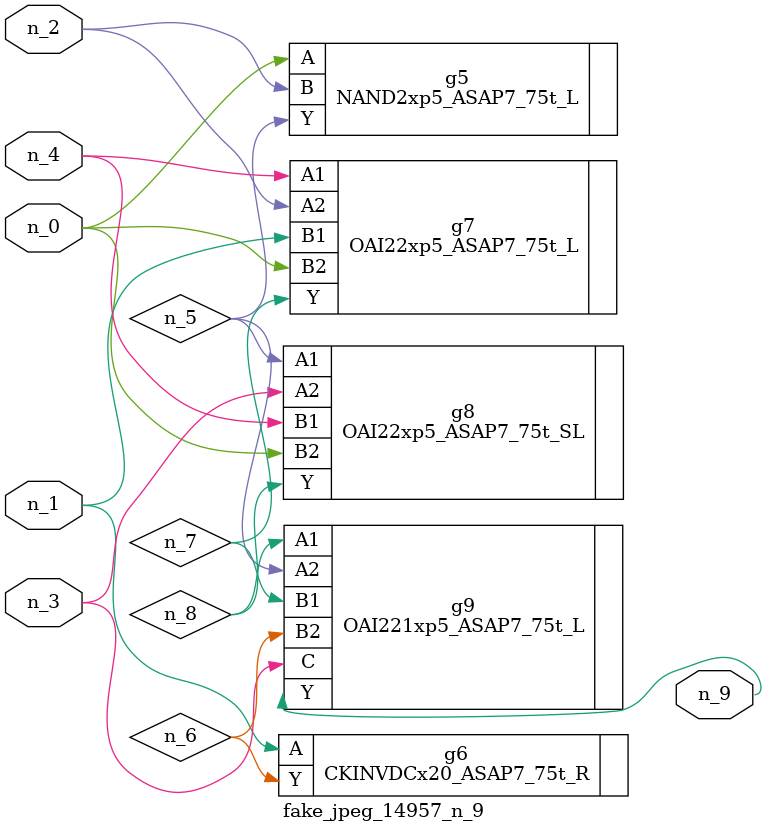
<source format=v>
module fake_jpeg_14957_n_9 (n_3, n_2, n_1, n_0, n_4, n_9);

input n_3;
input n_2;
input n_1;
input n_0;
input n_4;

output n_9;

wire n_8;
wire n_6;
wire n_5;
wire n_7;

NAND2xp5_ASAP7_75t_L g5 ( 
.A(n_0),
.B(n_2),
.Y(n_5)
);

CKINVDCx20_ASAP7_75t_R g6 ( 
.A(n_1),
.Y(n_6)
);

OAI22xp5_ASAP7_75t_L g7 ( 
.A1(n_4),
.A2(n_2),
.B1(n_1),
.B2(n_0),
.Y(n_7)
);

OAI22xp5_ASAP7_75t_SL g8 ( 
.A1(n_5),
.A2(n_3),
.B1(n_4),
.B2(n_0),
.Y(n_8)
);

OAI221xp5_ASAP7_75t_L g9 ( 
.A1(n_8),
.A2(n_5),
.B1(n_7),
.B2(n_6),
.C(n_3),
.Y(n_9)
);


endmodule
</source>
